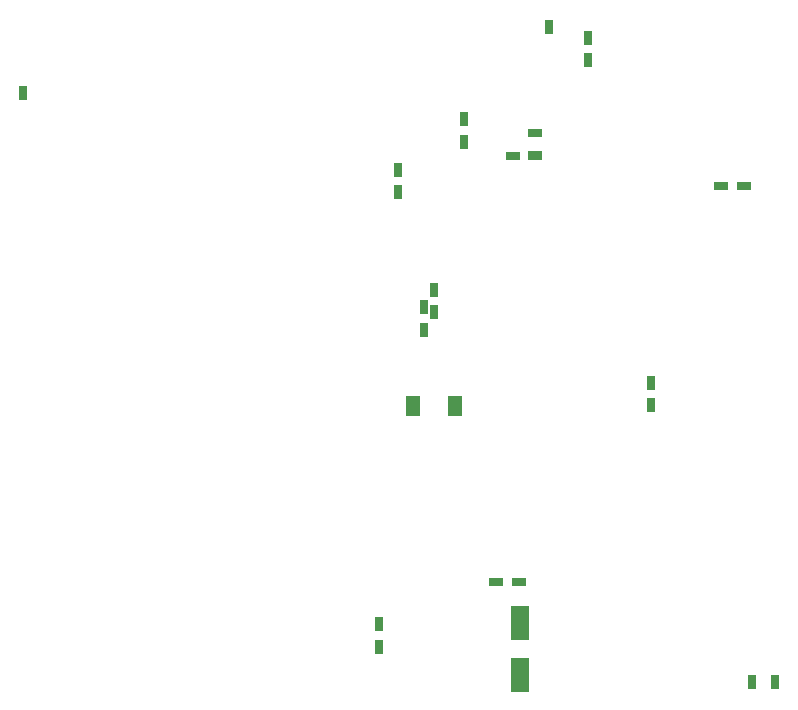
<source format=gbr>
From febcb5a93316b2dc0b8c1c9daf046b03c5e7beeb Mon Sep 17 00:00:00 2001
From: jaseg <git@jaseg.net>
Date: Wed, 6 Sep 2017 14:03:07 +0200
Subject: Fixes for second prototype (v0.3)

---
 hw/chibi/chibi_2024/gerbers/chibi_2024-F.Paste.gbr | 37 ++++++++++++----------
 1 file changed, 20 insertions(+), 17 deletions(-)

(limited to 'hw/chibi/chibi_2024/gerbers/chibi_2024-F.Paste.gbr')

diff --git a/hw/chibi/chibi_2024/gerbers/chibi_2024-F.Paste.gbr b/hw/chibi/chibi_2024/gerbers/chibi_2024-F.Paste.gbr
index 904191d..0c0f087 100644
--- a/hw/chibi/chibi_2024/gerbers/chibi_2024-F.Paste.gbr
+++ b/hw/chibi/chibi_2024/gerbers/chibi_2024-F.Paste.gbr
@@ -1,7 +1,7 @@
 G04 #@! TF.FileFunction,Paste,Top*
 %FSLAX46Y46*%
 G04 Gerber Fmt 4.6, Leading zero omitted, Abs format (unit mm)*
-G04 Created by KiCad (PCBNEW 4.0.4-1.fc24-product) date Fri Jul 21 09:28:46 2017*
+G04 Created by KiCad (PCBNEW 4.0.6) date Wed Sep  6 13:58:48 2017*
 %MOMM*%
 %LPD*%
 G01*
@@ -12,11 +12,11 @@ G04 APERTURE LIST*
 %ADD13R,1.016000X2.032000*%
 %ADD14R,1.450000X0.450000*%
 %ADD15R,1.550000X0.600000*%
-%ADD16R,0.750000X1.200000*%
+%ADD16R,1.200000X0.750000*%
 %ADD17R,1.600200X2.999740*%
 %ADD18R,1.300480X1.699260*%
 %ADD19R,1.699260X1.300480*%
-%ADD20R,1.200000X0.750000*%
+%ADD20R,0.750000X1.200000*%
 %ADD21R,0.797560X0.797560*%
 %ADD22R,1.800860X0.800100*%
 %ADD23R,0.800100X1.800860*%
@@ -66,8 +66,8 @@ X114000000Y-70635000D03*
 X114000000Y-69365000D03*
 X114000000Y-68095000D03*
 D16*
-X96400000Y-61300000D03*
-X96400000Y-63200000D03*
+X94554000Y-63246000D03*
+X96454000Y-63246000D03*
 D17*
 X95150000Y-102850360D03*
 X95150000Y-107249640D03*
@@ -84,21 +84,22 @@ D18*
 X86133940Y-84455000D03*
 X89634060Y-84455000D03*
 D20*
-X116700000Y-107850000D03*
-X114800000Y-107850000D03*
+X83185000Y-104836000D03*
+X83185000Y-102936000D03*
+D16*
 X112200000Y-65825000D03*
 X114100000Y-65825000D03*
-D16*
+D20*
 X106225000Y-84400000D03*
 X106225000Y-82500000D03*
 X84800000Y-64450000D03*
 X84800000Y-66350000D03*
-X87050000Y-78000000D03*
-X87050000Y-76100000D03*
-D20*
+X87884000Y-74615000D03*
+X87884000Y-76515000D03*
+D16*
 X93150000Y-99350000D03*
 X95050000Y-99350000D03*
-D16*
+D20*
 X90400000Y-60150000D03*
 X90400000Y-62050000D03*
 X97600000Y-52325000D03*
@@ -146,10 +147,12 @@ X53108860Y-57912000D03*
 D11*
 X88550000Y-80175000D03*
 X88550000Y-82375000D03*
-X88250000Y-62375000D03*
-X88250000Y-60175000D03*
-X106125000Y-70350000D03*
-X106125000Y-72550000D03*
+D24*
+X96604000Y-60452000D03*
+X94404000Y-60452000D03*
+D11*
+X105918000Y-70401000D03*
+X105918000Y-72601000D03*
 X108075000Y-62725000D03*
 X108075000Y-60525000D03*
 D24*
@@ -267,7 +270,7 @@ X95098080Y-55199120D03*
 X92801920Y-51500880D03*
 X92801920Y-55199120D03*
 X95098080Y-51500880D03*
-D16*
+D20*
 X100900000Y-53250000D03*
 X100900000Y-55150000D03*
 M02*
-- 
cgit 


</source>
